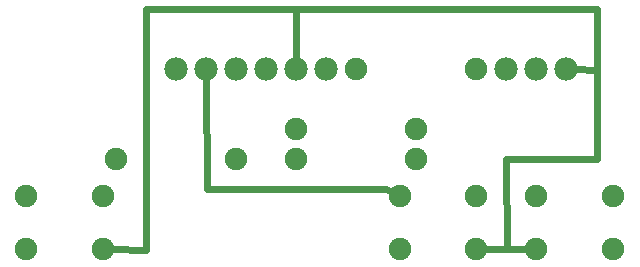
<source format=gbl>
G04 MADE WITH FRITZING*
G04 WWW.FRITZING.ORG*
G04 DOUBLE SIDED*
G04 HOLES PLATED*
G04 CONTOUR ON CENTER OF CONTOUR VECTOR*
%ASAXBY*%
%FSLAX23Y23*%
%MOIN*%
%OFA0B0*%
%SFA1.0B1.0*%
%ADD10C,0.075000*%
%ADD11C,0.078000*%
%ADD12C,0.024000*%
%LNCOPPER0*%
G90*
G70*
G54D10*
X1275Y669D03*
X1675Y669D03*
G54D11*
X1975Y669D03*
X1875Y669D03*
X1775Y669D03*
X1175Y669D03*
X1075Y669D03*
X975Y669D03*
X875Y669D03*
X775Y669D03*
X675Y669D03*
G54D10*
X431Y69D03*
X175Y69D03*
X431Y247D03*
X175Y247D03*
X1675Y69D03*
X1419Y69D03*
X1675Y247D03*
X1419Y247D03*
X2131Y69D03*
X1875Y69D03*
X2131Y247D03*
X1875Y247D03*
X475Y369D03*
X875Y369D03*
X1075Y369D03*
X1475Y369D03*
X1075Y469D03*
X1475Y469D03*
G54D12*
X1847Y70D02*
X1776Y71D01*
D02*
X1776Y71D02*
X1775Y369D01*
D02*
X1776Y71D02*
X1704Y70D01*
D02*
X2076Y668D02*
X2076Y869D01*
D02*
X2076Y369D02*
X2076Y668D01*
D02*
X2076Y869D02*
X1074Y869D01*
D02*
X1775Y369D02*
X2076Y369D01*
D02*
X1074Y869D02*
X1075Y699D01*
D02*
X575Y68D02*
X575Y869D01*
D02*
X575Y869D02*
X1074Y869D01*
D02*
X460Y69D02*
X575Y68D01*
D02*
X2076Y668D02*
X2005Y669D01*
D02*
X1375Y269D02*
X1394Y259D01*
D02*
X776Y269D02*
X1375Y269D01*
D02*
X775Y639D02*
X776Y269D01*
G04 End of Copper0*
M02*
</source>
